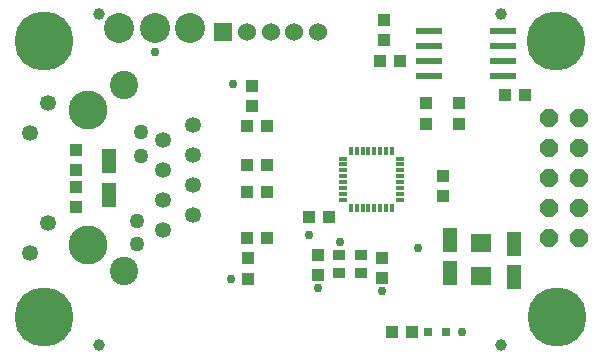
<source format=gts>
G75*
%MOIN*%
%OFA0B0*%
%FSLAX25Y25*%
%IPPOS*%
%LPD*%
%AMOC8*
5,1,8,0,0,1.08239X$1,22.5*
%
%ADD10R,0.01181X0.03150*%
%ADD11R,0.03150X0.01181*%
%ADD12R,0.03937X0.04331*%
%ADD13C,0.05315*%
%ADD14C,0.09449*%
%ADD15C,0.12992*%
%ADD16R,0.04724X0.07874*%
%ADD17R,0.04331X0.03937*%
%ADD18R,0.08661X0.01969*%
%ADD19R,0.03937X0.03543*%
%ADD20OC8,0.06000*%
%ADD21R,0.07087X0.06299*%
%ADD22C,0.19685*%
%ADD23C,0.10000*%
%ADD24C,0.05000*%
%ADD25R,0.06000X0.06000*%
%ADD26C,0.06000*%
%ADD27C,0.03937*%
%ADD28R,0.03150X0.03150*%
%ADD29C,0.02953*%
D10*
X0133276Y0066367D03*
X0135245Y0066367D03*
X0137213Y0066367D03*
X0139182Y0066367D03*
X0141150Y0066367D03*
X0143119Y0066367D03*
X0145087Y0066367D03*
X0147056Y0066367D03*
X0147056Y0085343D03*
X0145087Y0085343D03*
X0143119Y0085343D03*
X0141150Y0085343D03*
X0139182Y0085343D03*
X0137213Y0085343D03*
X0135245Y0085343D03*
X0133276Y0085343D03*
D11*
X0130678Y0082745D03*
X0130678Y0080776D03*
X0130678Y0078808D03*
X0130678Y0076839D03*
X0130678Y0074871D03*
X0130678Y0072902D03*
X0130678Y0070934D03*
X0130678Y0068965D03*
X0149654Y0068965D03*
X0149654Y0070934D03*
X0149654Y0072902D03*
X0149654Y0074871D03*
X0149654Y0076839D03*
X0149654Y0078808D03*
X0149654Y0080776D03*
X0149654Y0082745D03*
D12*
X0126052Y0063257D03*
X0119359Y0063257D03*
X0105422Y0056091D03*
X0098729Y0056091D03*
X0099154Y0049422D03*
X0099154Y0042729D03*
X0122312Y0043769D03*
X0122312Y0050461D03*
X0143808Y0049517D03*
X0143808Y0042824D03*
X0146918Y0025068D03*
X0153611Y0025068D03*
X0105422Y0071721D03*
X0098729Y0071721D03*
X0098729Y0080501D03*
X0105422Y0080501D03*
X0105422Y0093650D03*
X0098729Y0093650D03*
X0100217Y0100371D03*
X0100217Y0107064D03*
X0142957Y0115324D03*
X0149650Y0115324D03*
D13*
X0080595Y0093746D03*
X0070595Y0088746D03*
X0080595Y0083746D03*
X0070595Y0078746D03*
X0080595Y0073746D03*
X0070595Y0068746D03*
X0080595Y0063746D03*
X0070595Y0058746D03*
X0032296Y0061342D03*
X0026309Y0051349D03*
X0026311Y0091145D03*
X0032294Y0101152D03*
D14*
X0057603Y0107250D03*
X0057603Y0045242D03*
D15*
X0045595Y0053746D03*
X0045595Y0098746D03*
D16*
X0052741Y0081761D03*
X0052741Y0070737D03*
X0166261Y0055520D03*
X0166261Y0044497D03*
X0187816Y0043316D03*
X0187816Y0054339D03*
D17*
X0164013Y0070304D03*
X0164013Y0076997D03*
X0169517Y0094398D03*
X0158331Y0094398D03*
X0158331Y0101091D03*
X0169517Y0101091D03*
X0184843Y0103922D03*
X0191536Y0103922D03*
X0144316Y0122182D03*
X0144316Y0128875D03*
X0041694Y0085497D03*
X0041694Y0078804D03*
X0041694Y0073391D03*
X0041694Y0066698D03*
D18*
X0159343Y0110284D03*
X0159343Y0115284D03*
X0159343Y0120284D03*
X0159343Y0125245D03*
X0184178Y0125245D03*
X0184178Y0120245D03*
X0184178Y0115245D03*
X0184178Y0110245D03*
D19*
X0136611Y0050536D03*
X0129328Y0050536D03*
X0129328Y0044434D03*
X0136611Y0044434D03*
D20*
X0199532Y0056249D03*
X0209532Y0056249D03*
X0209532Y0066249D03*
X0199532Y0066249D03*
X0199532Y0076249D03*
X0209532Y0076249D03*
X0209532Y0086249D03*
X0199532Y0086249D03*
X0199532Y0096249D03*
X0209532Y0096249D03*
D21*
X0176822Y0054446D03*
X0176822Y0043423D03*
D22*
X0031170Y0029910D03*
X0031013Y0121839D03*
X0201800Y0121839D03*
X0201879Y0029831D03*
D23*
X0079792Y0126249D03*
X0067981Y0126249D03*
X0056170Y0126249D03*
D24*
X0063257Y0091603D03*
X0063257Y0083729D03*
X0062076Y0062076D03*
X0062076Y0054202D03*
D25*
X0090816Y0125068D03*
D26*
X0098690Y0125068D03*
X0106564Y0125068D03*
X0114438Y0125068D03*
X0122312Y0125068D03*
D27*
X0183335Y0130973D03*
X0049477Y0130973D03*
X0049477Y0020737D03*
X0183335Y0020737D03*
D28*
X0165028Y0025068D03*
X0159123Y0025068D03*
D29*
X0170343Y0025068D03*
X0143808Y0038690D03*
X0155816Y0052942D03*
X0129792Y0054989D03*
X0119320Y0057115D03*
X0093454Y0042666D03*
X0122351Y0039556D03*
X0093926Y0107469D03*
X0067981Y0118375D03*
M02*

</source>
